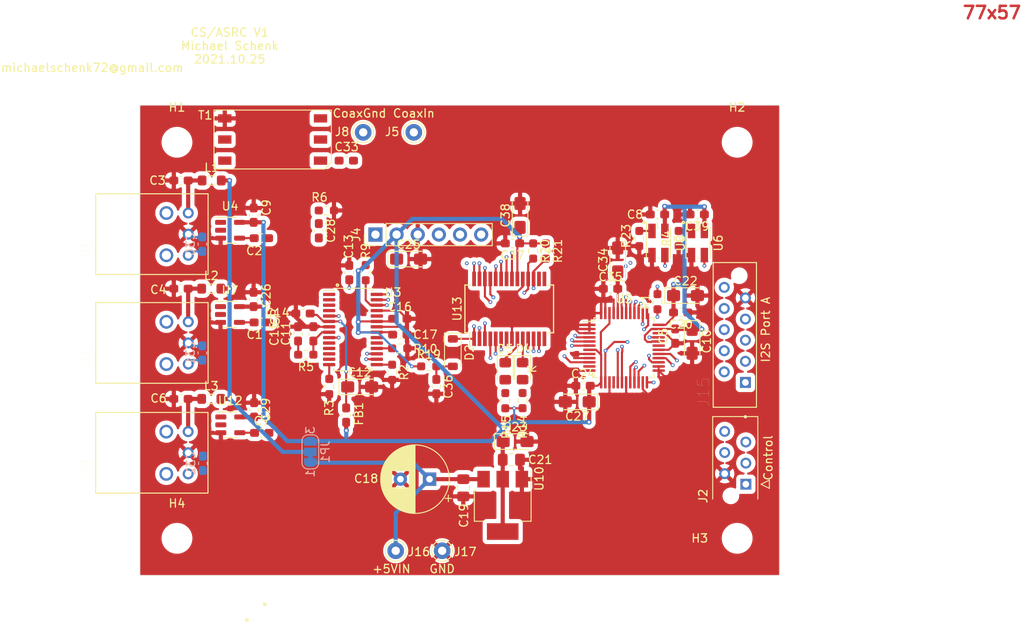
<source format=kicad_pcb>
(kicad_pcb (version 20221018) (generator pcbnew)
  (layers (0 "F.Cu" mixed) (1 "In1.Cu" signal) (2 "In2.Cu" signal) (31 "B.Cu" mixed) (34 "B.Paste" user) (35 "F.Paste" user) (36 "B.SilkS" user "B.Silkscreen") (37 "F.SilkS" user "F.Silkscreen") (38 "B.Mask" user) (39 "F.Mask" user) (44 "Edge.Cuts" user))
  (net 0 "")
  (net 1 "Net-(U3-RXP1)")
  (net 2 "GND")
  (net 3 "SCL")
  (net 4 "SDA")
  (net 5 "Net-(U3-RXP0)")
  (net 6 "RESET")
  (net 7 "Net-(U1-VCC)")
  (net 8 "BCKA")
  (net 9 "LRCKA")
  (net 10 "SDOUTA")
  (net 11 "Net-(U5B-DV18)")
  (net 12 "Net-(U2-VCC)")
  (net 13 "Net-(U9-VCC)")
  (net 14 "Net-(U3-RXP2)")
  (net 15 "+5V")
  (net 16 "Net-(U3-FILT)")
  (net 17 "MCLKA")
  (net 18 "Net-(U3-VA)")
  (net 19 "Net-(U3-RXN)")
  (net 20 "Net-(C28-Pad1)")
  (net 21 "Net-(U3-RXP3)")
  (net 22 "Net-(C33-Pad2)")
  (net 23 "Net-(U1-VOUT)")
  (net 24 "Net-(C1-Pad1)")
  (net 25 "Net-(C2-Pad2)")
  (net 26 "Net-(C7-Pad1)")
  (net 27 "Net-(U2-VOUT)")
  (net 28 "Net-(U9-VOUT)")
  (net 29 "Net-(C15-Pad2)")
  (net 31 "Net-(J5-Pin_1)")
  (net 32 "Net-(D2-A)")
  (net 33 "+3.3V")
  (net 34 "Net-(D2-K)")
  (net 35 "Net-(D4-K)")
  (net 36 "Net-(D4-A)")
  (net 37 "Net-(D5-K)")
  (net 38 "Net-(D5-A)")
  (net 39 "RC0{slash}CHA")
  (net 40 "RC1{slash}CHB")
  (net 41 "RC2{slash}SW")
  (net 43 "ICSPDAT")
  (net 44 "ICSPCLK")
  (net 46 "Net-(J8-Pin_1)")
  (net 48 "Net-(JP1-C)")
  (net 49 "Net-(U3-AD1{slash}CDIN{slash}~{AUDIO})")
  (net 50 "Net-(U3-AD0{slash}~{CS}{slash}NV{slash}RERR)")
  (net 51 "Net-(U3-SDOUT)")
  (net 52 "Net-(U3-U{slash}AD2{slash}GPO2)")
  (net 53 "Net-(U8-Standby)")
  (net 61 "Net-(U3-OSCLK)")
  (net 62 "Net-(U3-OLRCK)")
  (net 64 "DITHER")
  (net 65 "MCLK")
  (net 66 "CM0")
  (net 67 "CM1")
  (net 68 "CM2")
  (net 69 "ODIF1")
  (net 70 "ODIF0")
  (net 74 "CM3")
  (net 77 "OBIT0")
  (net 78 "OBIT1")
  (net 79 "SRCEN")
  (net 83 "Net-(U6-Out)")
  (net 84 "Net-(U6-Standby)")
  (footprint "Capacitor_SMD:C_0603_1608Metric_Pad1.08x0.95mm_HandSolder" (layer "F.Cu") (at 114.1487 66.1924)
    (fp_text reference "C3")
    (fp_text value "100nF")
  )
  (footprint "Capacitor_SMD:C_0603_1608Metric_Pad1.08x0.95mm_HandSolder" (layer "F.Cu") (at 114.1465 79.1972)
    (fp_text reference "C4")
    (fp_text value "100nF")
  )
  (footprint "kicad-snk:PLR135-T10_PLT133-T10W" (layer "F.Cu") (at 112.395 85.725 90)
    (fp_text reference "U2")
    (fp_text value "PLR135-T10")
  )
  (footprint "MountingHole:MountingHole_3.2mm_M3" (layer "F.Cu") (at 113.665 61.595)
    (fp_text reference "H1")
    (fp_text value "MountingHole")
  )
  (footprint "Capacitor_Tantalum_SMD:CP_EIA-3216-18_Kemet-A_Pad1.58x1.35mm_HandSolder" (layer "F.Cu") (at 135.616993 91.012)
    (fp_text reference "C12")
    (fp_text value "10uF")
  )
  (footprint "Oscillator:Oscillator_SMD_EuroQuartz_XO32-4Pin_3.2x2.5mm_HandSoldering" (layer "F.Cu") (at 171.5116 73.7108 -90)
    (fp_text reference "U8")
    (fp_text value "24.576MHz")
  )
  (footprint "Capacitor_SMD:C_0603_1608Metric_Pad1.08x0.95mm_HandSolder" (layer "F.Cu") (at 171.3981 70.2796 180)
    (fp_text reference "C8")
    (fp_text value "100nF")
  )
  (footprint "kicad-snk:TE_CONN_RCPT_10POS_0.1_TIN_PCB" (layer "F.Cu") (at 181.9656 90.4748 90)
    (fp_text reference "J15")
    (fp_text value "A")
  )
  (footprint "Resistor_SMD:R_0603_1608Metric_Pad0.98x0.95mm_HandSolder" (layer "F.Cu") (at 169.2126 73.1733 90)
    (fp_text reference "R23")
    (fp_text value "NC")
  )
  (footprint "Capacitor_THT:CP_Radial_D8.0mm_P3.50mm" (layer "F.Cu") (at 144.0128 102.108 180)
    (fp_text reference "C18")
    (fp_text value "100uF")
  )
  (footprint "Capacitor_SMD:C_0805_2012Metric_Pad1.18x1.45mm_HandSolder" (layer "F.Cu") (at 148.0689 103.1447 -90)
    (fp_text reference "C19")
    (fp_text value "330nF")
  )
  (footprint "Connector_Pin:Pin_D1.0mm_L10.0mm" (layer "F.Cu") (at 139.949785 110.7186)
    (fp_text reference "J16")
    (fp_text value "+5VIN")
  )
  (footprint "Capacitor_SMD:C_0805_2012Metric_Pad1.18x1.45mm_HandSolder" (layer "F.Cu") (at 153.8439 99.7712)
    (fp_text reference "C21")
    (fp_text value "100nF")
  )
  (footprint "Capacitor_Tantalum_SMD:CP_EIA-3216-18_Kemet-A_Pad1.58x1.35mm_HandSolder" (layer "F.Cu") (at 154.2947 97.5868)
    (fp_text reference "C23")
    (fp_text value "10uF")
  )
  (footprint "Capacitor_SMD:C_0603_1608Metric_Pad1.08x0.95mm_HandSolder" (layer "F.Cu") (at 123.8112 73.1266 180)
    (fp_text reference "C2")
    (fp_text value "10nF")
  )
  (footprint "kicad-snk:PLR135-T10_PLT133-T10W" (layer "F.Cu") (at 112.395 72.644 90)
    (fp_text reference "U1")
    (fp_text value "PLR135-T10")
  )
  (footprint "MountingHole:MountingHole_3.2mm_M3" (layer "F.Cu") (at 180.975 109.22)
    (fp_text reference "H3")
    (fp_text value "MountingHole")
  )
  (footprint "MountingHole:MountingHole_3.2mm_M3" (layer "F.Cu") (at 180.975 61.595)
    (fp_text reference "H2")
    (fp_text value "MountingHole")
  )
  (footprint "Capacitor_SMD:C_0603_1608Metric_Pad1.08x0.95mm_HandSolder" (layer "F.Cu") (at 128.811493 82.1855 180)
    (fp_text reference "C14")
    (fp_text value "100nF")
  )
  (footprint "Capacitor_SMD:C_0603_1608Metric_Pad1.08x0.95mm_HandSolder" (layer "F.Cu") (at 122.8852 70.3591 90)
    (fp_text reference "C9")
    (fp_text value "100nF")
  )
  (footprint "Capacitor_SMD:C_0603_1608Metric_Pad1.08x0.95mm_HandSolder" (layer "F.Cu") (at 122.8725 80.4937 90)
    (fp_text reference "C26")
    (fp_text value "100nF")
  )
  (footprint "LED_SMD:LED_0805_2012Metric_Pad1.15x1.40mm_HandSolder" (layer "F.Cu") (at 155.194 89.116 -90)
    (fp_text reference "D4")
    (fp_text value "LED")
  )
  (footprint "LED_SMD:LED_0805_2012Metric_Pad1.15x1.40mm_HandSolder" (layer "F.Cu") (at 153.1112 89.125 -90)
    (fp_text reference "D5")
    (fp_text value "LED")
  )
  (footprint "Resistor_SMD:R_0603_1608Metric_Pad0.98x0.95mm_HandSolder" (layer "F.Cu") (at 155.194 92.6611 90)
    (fp_text reference "R14")
    (fp_text value "330R")
  )
  (footprint "Resistor_SMD:R_0603_1608Metric_Pad0.98x0.95mm_HandSolder" (layer "F.Cu") (at 153.1112 92.6701 90)
    (fp_text reference "R15")
    (fp_text value "330R")
  )
  (footprint "Capacitor_SMD:C_0603_1608Metric_Pad1.08x0.95mm_HandSolder" (layer "F.Cu") (at 133.991993 94.404 -90)
    (fp_text reference "FB1")
    (fp_text value "Ferrite_Bead_Small")
  )
  (footprint "Inductor_SMD:L_0805_2012Metric_Pad1.05x1.20mm_HandSolder" (layer "F.Cu") (at 117.8376 66.1924)
    (fp_text reference "L1")
    (fp_text value "47uH")
  )
  (footprint "Inductor_SMD:L_0805_2012Metric_Pad1.05x1.20mm_HandSolder" (layer "F.Cu") (at 117.7868 79.1972)
    (fp_text reference "L2")
    (fp_text value "47uH")
  )
  (footprint "Package_TO_SOT_SMD:SOT-223-3_TabPin2" (layer "F.Cu") (at 152.8064 105.2572 -90)
    (fp_text reference "U10")
    (fp_text value "TLV1117-33")
  )
  (footprint "Capacitor_SMD:C_0603_1608Metric_Pad1.08x0.95mm_HandSolder" (layer "F.Cu") (at 130.7084 72.2365 -90)
    (fp_text reference "C28")
    (fp_text value "10nF")
  )
  (footprint "Connector_Pin:Pin_D1.0mm_L10.0mm" (layer "F.Cu") (at 142.121727 60.4012)
    (fp_text reference "J5")
    (fp_text value "COAXIN")
  )
  (footprint "Connector_Pin:Pin_D1.0mm_L10.0mm" (layer "F.Cu") (at 136.0424 60.4012)
    (fp_text reference "J8")
    (fp_text value "COAXGND")
  )
  (footprint "Resistor_SMD:R_0603_1608Metric_Pad0.98x0.95mm_HandSolder" (layer "F.Cu") (at 131.620748 69.7981 180)
    (fp_text reference "R6")
    (fp_text value "75R")
  )
  (footprint "Capacitor_SMD:C_0603_1608Metric_Pad1.08x0.95mm_HandSolder" (layer "F.Cu") (at 114.1465 92.456)
    (fp_text reference "C6")
    (fp_text value "100nF")
  )
  (footprint "Capacitor_SMD:C_0603_1608Metric_Pad1.08x0.95mm_HandSolder" (layer "F.Cu") (at 122.936 93.7757 90)
    (fp_text reference "C29")
    (fp_text value "100nF")
  )
  (footprint "Inductor_SMD:L_0805_2012Metric_Pad1.05x1.20mm_HandSolder" (layer "F.Cu") (at 117.7868 92.456)
    (fp_text reference "L3")
    (fp_text value "47uH")
  )
  (footprint "kicad-snk:PLR135-T10_PLT133-T10W" (layer "F.Cu") (at 112.3812 98.933 90)
    (fp_text reference "U9")
    (fp_text value "PLR135-T10")
  )
  (footprint "Connector_Pin:Pin_D1.0mm_L10.0mm" (layer "F.Cu") (at 145.530452 110.7186)
    (fp_text reference "J17")
    (fp_text value "GND")
  )
  (footprint "MountingHole:MountingHole_3.2mm_M3" (layer "F.Cu") (at 113.665 109.22)
    (fp_text reference "H4")
    (fp_text value "MountingHole")
  )
  (footprint "kicad-snk:DA100J" (layer "F.Cu") (at 125.1616 61.2648 90)
    (fp_text reference "T1")
    (fp_text value "Murata_DA103")
  )
  (footprint "Capacitor_SMD:C_0603_1608Metric_Pad1.08x0.95mm_HandSolder" (layer "F.Cu") (at 134.0115 63.8048 180)
    (fp_text reference "C33")
    (fp_text value "100nF")
  )
  (footprint "Capacitor_SMD:C_0603_1608Metric_Pad1.08x0.95mm_HandSolder" (layer "F.Cu") (at 123.7985 83.2612)
    (fp_text reference "C1")
    (fp_text value "10nF")
  )
  (footprint "Capacitor_SMD:C_0603_1608Metric_Pad1.08x0.95mm_HandSolder" (layer "F.Cu") (at 123.8493 96.5432)
    (fp_text reference "C7")
    (fp_text value "10nF")
  )
  (footprint "Capacitor_SMD:C_0603_1608Metric_Pad1.08x0.95mm_HandSolder" (layer "F.Cu") (at 130.054993 84.6355 -90)
    (fp_text reference "C11")
    (fp_text value "1nF/COG")
  )
  (footprint "Capacitor_SMD:C_0603_1608Metric_Pad1.08x0.95mm_HandSolder" (layer "F.Cu") (at 134.366 77.2679 90)
    (fp_text reference "C13")
    (fp_text value "10nF")
  )
  (footprint "Capacitor_SMD:C_0603_1608Metric_Pad1.08x0.95mm_HandSolder" (layer "F.Cu") (at 128.213493 84.6355 -90)
    (fp_text reference "C15")
    (fp_text value "22nF")
  )
  (footprint "Capacitor_SMD:C_0603_1608Metric_Pad1.08x0.95mm_HandSolder" (layer "F.Cu") (at 140.442493 82.8205)
    (fp_text reference "C16")
    (fp_text value "100nF")
  )
  (footprint "Capacitor_SMD:C_0603_1608Metric_Pad1.08x0.95mm_HandSolder" (layer "F.Cu") (at 140.442493 84.7255)
    (fp_text reference "C17")
    (fp_text value "100nF")
  )
  (footprint "Capacitor_Tantalum_SMD:CP_EIA-3216-18_Kemet-A_Pad1.58x1.35mm_HandSolder" (layer "F.Cu") (at 141.4931 75.6412)
    (fp_text reference "C25")
    (fp_text value "10uF")
  )
  (footprint "Resistor_SMD:R_0603_1608Metric_Pad0.98x0.95mm_HandSolder" (layer "F.Cu") (at 139.516493 89.2575 -90)
    (fp_text reference "R2")
    (fp_text value "47k")
  )
  (footprint "Resistor_SMD:R_0603_1608Metric_Pad0.98x0.95mm_HandSolder" (layer "F.Cu") (at 131.959993 90.972 -90)
    (fp_text reference "R3")
    (fp_text value "47k")
  )
  (footprint "Resistor_SMD:R_0603_1608Metric_Pad0.98x0.95mm_HandSolder" (layer "F.Cu") (at 129.142493 87.1385)
    (fp_text reference "R5")
    (fp_text value "3k")
  )
  (footprint "Resistor_SMD:R_0603_1608Metric_Pad0.98x0.95mm_HandSolder" (layer "F.Cu") (at 136.341493 77.2725 90)
    (fp_text reference "R9")
    (fp_text value "47k")
  )
  (footprint "Resistor_SMD:R_0603_1608Metric_Pad0.98x0.95mm_HandSolder" (layer "F.Cu") (at 140.428993 86.3765 180)
    (fp_text reference "R10")
    (fp_text value "47k")
  )
  (footprint "Package_SO:TSSOP-28_4.4x9.7mm_P0.65mm" (layer "F.Cu") (at 134.812493 84.113)
    (fp_text reference "U3")
    (fp_text value "CS8416-xZZ")
  )
  (footprint "Package_TO_SOT_SMD:SOT-23-5" (layer "F.Cu") (at 120.0482 72.1741)
    (fp_text reference "U4")
    (fp_text value "74LVC1G17")
  )
  (footprint "Package_TO_SOT_SMD:SOT-23-5" (layer "F.Cu") (at 120.0355 82.3062)
    (fp_text reference "U7")
    (fp_text value "74LVC1G17")
  )
  (footprint "Package_TO_SOT_SMD:SOT-23-5" (layer "F.Cu") (at 120.071701 95.574201)
    (fp_text reference "U12")
    (fp_text value "74LVC1G17")
  )
  (footprint "Resistor_SMD:R_0603_1608Metric_Pad0.98x0.95mm_HandSolder" (layer "F.Cu") (at 157.988 74.6741 -90)
    (fp_text reference "R21")
    (fp_text value "4K99")
  )
  (footprint "Capacitor_SMD:C_0603_1608Metric_Pad1.08x0.95mm_HandSolder" (layer "F.Cu") (at 173.5328 84.9063 90)
    (fp_text reference "C5")
    (fp_text value "100nF")
  )
  (footprint "Capacitor_SMD:C_0603_1608Metric_Pad1.08x0.95mm_HandSolder" (layer "F.Cu") (at 162.4584 90.8764)
    (fp_text reference "C24")
    (fp_text value "100nF")
  )
  (footprint "Capacitor_SMD:C_0603_1608Metric_Pad1.08x0.95mm_HandSolder" (layer "F.Cu") (at 176.1755 70.2796 180)
    (fp_text reference "C39")
    (fp_text value "100nF")
  )
  (footprint "Diode_SMD:D_SOD-123" (layer "F.Cu") (at 146.812 86.8924 -90)
    (fp_text reference "D2")
    (fp_text value "1N4148W")
  )
  (footprint "Connector_PinHeader_2.54mm:PinHeader_1x06_P2.54mm_Vertical" (layer "F.Cu") (at 137.5156 72.6948 90)
    (fp_text reference "J4")
    (fp_text value "Conn_01x06_Male")
  )
  (footprint "Resistor_SMD:R_0603_1608Metric_Pad0.98x0.95mm_HandSolder" (layer "F.Cu") (at 173.939711 73.1733 90)
    (fp_text reference "R4")
    (fp_text value "NC")
  )
  (footprint "Package_SO:SSOP-28_5.3x10.2mm_P0.65mm" (layer "F.Cu") (at 153.5898 81.6288 90)
    (fp_text reference "U13")
    (fp_text value "PIC16F18056-I/SS")
  )
  (footprint "Capacitor_Tantalum_SMD:CP_EIA-3216-18_Kemet-A_Pad1.58x1.35mm_HandSolder" (layer "F.Cu") (at 154.8892 70.3937 90)
    (fp_text reference "C38")
    (fp_text value "10uF")
  )
  (footprint "Capacitor_SMD:C_0603_1608Metric_Pad1.08x0.95mm_HandSolder" (layer "F.Cu") (at 174.1921 82.0626 180)
    (fp_text reference "C20")
    (fp_text value "100nF")
  )
  (footprint "Capacitor_SMD:C_0603_1608Metric_Pad1.08x0.95mm_HandSolder" (layer "F.Cu") (at 153.9759 73.7578 180)
    (fp_text reference "C37")
    (fp_text value "100nF")
  )
  (footprint "Connector_TE-Connectivity:TE_Micro-MaTch_215079-6_2x03_P1.27mm_Vertical" (layer "F.Cu") (at 182.0164 102.7176 180)
    (fp_text reference "J2")
    (fp_text value "TE MicroMatch")
  )
  (footprint "Resistor_SMD:R_0603_1608Metric_Pad0.98x0.95mm_HandSolder" (layer "F.Cu") (at 143.9183 88.5444)
    (fp_text reference "R19")
    (fp_text value "4.7k")
  )
  (footprint "Resistor_SMD:R_0603_1608Metric_Pad0.98x0.95mm_HandSolder" (layer "F.Cu") (at 156.464 74.6703 -90)
    (fp_text reference "R20")
    (fp_text value "4K99")
  )
  (footprint "Oscillator:Oscillator_SMD_EuroQuartz_XO32-4Pin_3.2x2.5mm_HandSoldering" (layer "F.Cu") (at 176.263 73.7108 -90)
    (fp_text reference "U6")
    (fp_text value "49.152MHz")
  )
  (footprint "Capacitor_Tantalum_SMD:CP_EIA-3216-18_Kemet-A_Pad1.58x1.35mm_HandSolder" (layer "F.Cu") (at 174.7671 80.0306)
    (fp_text reference "C22")
    (fp_text value "10uF")
  )
  (footprint "Capacitor_SMD:C_0603_1608Metric_Pad1.08x0.95mm_HandSolder" (layer "F.Cu") (at 144.8308 90.9817 -90)
    (fp_text reference "C36")
    (fp_text value "10nF")
  )
  (footprint "Resistor_SMD:R_0603_1608Metric_Pad0.98x0.95mm_HandSolder" (layer "F.Cu") (at 171.3992 80.7701 90)
    (fp_text reference "R1")
    (fp_text value "33R")
  )
  (footprint "Capacitor_Tantalum_SMD:CP_EIA-3216-18_Kemet-A_Pad1.58x1.35mm_HandSolder" (layer "F.Cu") (at 161.7575 92.8068 180)
    (fp_text reference "C27")
    (fp_text value "10uF")
  )
  (footprint "Capacitor_Tantalum_SMD:CP_EIA-3216-18_Kemet-A_Pad1.58x1.35mm_HandSolder" (layer "F.Cu") (at 175.5648 85.5321 -90)
    (fp_text reference "C10")
    (fp_text value "10uF")
  )
  (footprint "Capacitor_SMD:C_0603_1608Metric_Pad1.08x0.95mm_HandSolder" (layer "F.Cu") (at 165.7615 79.2178)
    (fp_text reference "C35")
    (fp_text value "100nF")
  )
  (footprint "Package_QFP:LQFP-48_7x7mm_P0.5mm" (layer "F.Cu") (at 167.3829 86.3018)
    (fp_text reference "U5")
    (fp_text value "AK4137")
  )
  (footprint "Capacitor_Tantalum_SMD:CP_EIA-3216-18_Kemet-A_Pad1.58x1.35mm_HandSolder" (layer "F.Cu") (at 166.624 75.7483 90)
    (fp_text reference "C34")
    (fp_text value "10uF")
  )
  (footprint "Jumper:SolderJumper-3_P1.3mm_Bridged12_RoundedPad1.0x1.5mm_NumberLabels" (layer "B.Cu") (at 129.6924 98.8268 90)
    (fp_text reference "JP1")
    (fp_text value "SolderJumper_3_Bridged12")
  )
  (footprint "Capacitor_SMD:C_0603_1608Metric_Pad1.08x0.95mm_HandSolder" (layer "B.Cu") (at 116.713 73.8505 -90)
    (fp_text reference "C30")
    (fp_text value "30pF")
  )
  (footprint "Capacitor_SMD:C_0603_1608Metric_Pad1.08x0.95mm_HandSolder" (layer "B.Cu") (at 116.713 86.9315 -90)
    (fp_text reference "C31")
    (fp_text value "30pF")
  )
  (footprint "Capacitor_SMD:C_0603_1608Metric_Pad1.08x0.95mm_HandSolder" (layer "B.Cu") (at 116.7765 100.203 -90)
    (fp_text reference "C32")
    (fp_text value "30pF")
  )
  (gr_line (start 109.22 113.665) (end 109.22 57.15) (stroke (width 0.05)) (layer "Edge.Cuts"))
  (gr_line (start 109.22 57.15) (end 186.055 57.15) (stroke (width 0.05)) (layer "Edge.Cuts"))
  (gr_line (start 186.055 57.15) (end 186.055 113.665) (stroke (width 0.05)) (layer "Edge.Cuts"))
  (gr_line (start 186.055 113.665) (end 109.22 113.665) (stroke (width 0.05)) (layer "Edge.Cuts"))
  (gr_text "77x57" (at 207.9244 46.8884) (layer "F.Cu") (effects (font (size 1.5 1.5) (thickness 0.3) bold) (justify left bottom)))
  (gr_text "I2S Port A" (at 184.404 84.1248 90) (layer "F.SilkS") (effects (font (size 1 1))))
  (gr_text "K" (at 156.337 88.853 90) (layer "F.SilkS") (effects (font (size 1 1))))
  (gr_text "Control" (at 184.7088 99.5426 90) (layer "F.SilkS") (effects (font (size 1 1))))
  (gr_text "CoaxGnd" (at 135.5979 58.1152) (layer "F.SilkS") (effects (font (size 1 1))))
  (gr_text "°" (at 132.9436 79.1718) (layer "F.SilkS") (effects (font (size 1 1))))
  (gr_text "°" (at 124.206 117.5512) (layer "F.SilkS") (effects (font (size 1 1))))
  (gr_text "michaelschenk72@gmail.com" (at 103.4796 52.6288) (layer "F.SilkS") (effects (font (size 1 1))))
  (gr_text "GND" (at 145.530452 112.903) (layer "F.SilkS") (effects (font (size 1 1))))
  (gr_text "+5VIN" (at 139.434452 112.903) (layer "F.SilkS") (effects (font (size 1 1))))
  (gr_text "CS/ASRC V1\nMichael Schenk\n2021.10.25" (at 120 50) (layer "F.SilkS") (effects (font (size 1 1))))
  (gr_text "°" (at 122.0724 119.4308) (layer "F.SilkS") (effects (font (size 1 1))))
  (gr_text "ISP" (at 125.476 82.804 90) (layer "F.SilkS") (effects (font (size 1 1))))
  (gr_text "°" (at 174.498511 71.6512) (layer "F.SilkS") (effects (font (size 1 1))))
  (gr_text "CoaxIn" (at 142.121727 58.1152) (layer "F.SilkS") (effects (font (size 1 1))))
  (gr_text "°" (at 169.7714 71.6512) (layer "F.SilkS") (effects (font (size 1 1))))
  (segment (start 141.304993 83.826) (end 141.304993 84.7255) (width 0.25) (layer "F.Cu") (net 2))
  (segment (start 171.5454 84.5518) (end 172.348586 84.5518) (width 0.25) (layer "F.Cu") (net 2))
  (segment (start 163.2204 83.5518) (end 161.4076 83.5518) (width 0.25) (layer "F.Cu") (net 2))
  (segment (start 128.213493 83.773) (end 130.054993 83.773) (width 0.5) (layer "F.Cu") (net 2))
  (segment (start 163.2204 84.5518) (end 161.9932 84.5518) (width 0.25) (layer "F.Cu") (net 2))
  (segment (start 155.2148 78.0288) (end 155.2148 78.93842) (width 0.25) (layer "F.Cu") (net 2))
  (segment (start 172.2064 89.7128) (end 173.482 89.7128) (width 0.25) (layer "F.Cu") (net 2))
  (segment (start 167.1329 82.1393) (end 167.1329 81.3808) (width 0.25) (layer "F.Cu") (net 2))
  (segment (start 161.4024 87.0518) (end 161.3916 87.041) (width 0.25) (layer "F.Cu") (net 2))
  (segment (start 141.304993 82.8205) (end 141.304993 83.826) (width 0.25) (layer "F.Cu") (net 2))
  (segment (start 137.674993 81.838) (end 140.322493 81.838) (width 0.25) (layer "F.Cu") (net 2))
  (segment (start 166.116 80.4878) (end 166.1329 80.5047) (width 0.25) (layer "F.Cu") (net 2))
  (segment (start 171.5454 89.0518) (end 172.2064 89.7128) (width 0.25) (layer "F.Cu") (net 2))
  (segment (start 165.1 80.437) (end 165.1329 80.4699) (width 0.25) (layer "F.Cu") (net 2))
  (segment (start 130.069993 83.788) (end 130.054993 83.773) (width 0.25) (layer "F.Cu") (net 2))
  (segment (start 166.1329 82.1393) (end 166.1329 80.5047) (width 0.25) (layer "F.Cu") (net 2))
  (segment (start 167.6329 93.2109) (end 168.402 93.98) (width 0.25) (layer "F.Cu") (net 2))
  (segment (start 171.5454 88.5518) (end 171.5454 89.0518) (width 0.25) (layer "F.Cu") (net 2))
  (segment (start 144.534727 60.4012) (end 144.547427 60.3885) (width 0.25) (layer "F.Cu") (net 2))
  (segment (start 141.266993 83.788) (end 141.304993 83.826) (width 0.25) (layer "F.Cu") (net 2))
  (segment (start 163.2204 87.5518) (end 161.3944 87.5518) (width 0.25) (layer "F.Cu") (net 2))
  (segment (start 137.674993 83.788) (end 141.266993 83.788) (width 0.25) (layer "F.Cu") (net 2))
  (segment (start 167.0829 81.3308) (end 167.0829 80.4672) (width 0.25) (layer "F.Cu") (net 2))
  (segment (start 161.3944 87.5518) (end 161.3916 87.549) (width 0.25) (layer "F.Cu") (net 2))
  (segment (start 131.949993 83.788) (end 130.069993 83.788) (width 0.25) (layer "F.Cu") (net 2))
  (segment (start 165.6329 90.4643) (end 165.6329 94.0049) (width 0.25) (layer "F.Cu") (net 2))
  (segment (start 163.2204 87.0518) (end 161.4024 87.0518) (width 0.25) (layer "F.Cu") (net 2))
  (segment (start 161.3488 84.0518) (end 161.3408 84.0438) (width 0.25) (layer "F.Cu") (net 2))
  (segment (start 163.2204 84.0518) (end 161.4932 84.0518) (width 0.25) (layer "F.Cu") (net 2))
  (segment (start 161.4932 84.0518) (end 161.3488 84.0518) (width 0.25) (layer "F.Cu") (net 2))
  (segment (start 172.348586 84.5518) (end 173.5328 85.736014) (width 0.25) (layer "F.Cu") (net 2))
  (segment (start 153.9148 83.506) (end 153.0096 82.6008) (width 0.25) (layer "F.Cu") (net 2))
  (segment (start 171.5454 86.5518) (end 172.7498 86.5518) (width 0.25) (layer "F.Cu") (net 2))
  (segment (start 127.948993 82.6195) (end 129.102493 83.773) (width 0.5) (layer "F.Cu") (net 2))
  (segment (start 153.9148 85.2288) (end 153.9148 83.506) (width 0.25) (layer "F.Cu") (net 2))
  (segment (start 155.2148 78.93842) (end 153.53362 80.6196) (width 0.25) (layer "F.Cu") (net 2))
  (segment (start 167.6329 90.4643) (end 167.6329 93.2109) (width 0.25) (layer "F.Cu") (net 2))
  (segment (start 165.1329 80.4699) (end 165.1329 82.1393) (width 0.25) (layer "F.Cu") (net 2))
  (segment (start 169.6329 91.2993) (end 170.5864 92.2528) (width 0.25) (layer "F.Cu") (net 2))
  (segment (start 127.948993 82.1855) (end 127.948993 82.6195) (width 0.5) (layer "F.Cu") (net 2))
  (segment (start 161.9932 84.5518) (end 161.4932 84.0518) (width 0.25) (layer "F.Cu") (net 2))
  (segment (start 170.5864 92.2528) (end 170.8404 92.2528) (width 0.25) (layer "F.Cu") (net 2))
  (segment (start 172.7498 86.5518) (end 173.5328 85.7688) (width 0.25) (layer "F.Cu") (net 2))
  (segment (start 173.5328 85.736014) (end 173.5328 85.7688) (width 0.25) (layer "F.Cu") (net 2))
  (segment (start 140.322493 81.838) (end 141.304993 82.8205) (width 0.25) (layer "F.Cu") (net 2))
  (segment (start 165.6329 94.0049) (end 165.9128 94.2848) (width 0.25) (layer "F.Cu") (net 2))
  (segment (start 161.4076 83.5518) (end 161.3408 83.485) (width 0.25) (layer "F.Cu") (net 2))
  (segment (start 169.6329 90.4643) (end 169.6329 91.2993) (width 0.25) (layer "F.Cu") (net 2))
  (segment (start 167.1329 81.3808) (end 167.0829 81.3308) (width 0.25) (layer "F.Cu") (net 2))
  (segment (start 153.53362 80.6196) (end 153.2128 80.6196) (width 0.25) (layer "F.Cu") (net 2))
  (segment (start 116.713 86.069) (end 115.369 86.069) (width 0.25) (layer "B.Cu") (net 2))
  (segment (start 116.713 72.988) (end 115.369 72.988) (width 0.25) (layer "B.Cu") (net 2))
  (segment (start 115.369 72.988) (end 115.025 72.644) (width 0.25) (layer "B.Cu") (net 2))
  (segment (start 115.369 86.069) (end 115.025 85.725) (width 0.25) (layer "B.Cu") (net 2))
  (segment (start 167.132 86.1568) (end 167.174 86.1988) (width 0.25) (layer "F.Cu") (net 3))
  (segment (start 156.5148 78.0288) (end 156.5148 77.11918) (width 0.25) (layer "F.Cu") (net 3))
  (segment (start 136.398 87.6808) (end 137.667793 87.6808) (width 0.25) (layer "F.Cu") (net 3))
  (segment (start 167.174 86.791018) (end 167.1329 86.832118) (width 0.25) (layer "F.Cu") (net 3))
  (segment (start 157.988 75.64598) (end 157.988 75.5866) (width 0.25) (layer "F.Cu") (net 3))
  (segment (start 156.5148 78.0288) (end 156.5148 79.1464) (width 0.25) (layer "F.Cu") (net 3))
  (segment (start 137.667793 87.6808) (end 137.674993 87.688) (width 0.25) (layer "F.Cu") (net 3))
  (segment (start 167.174 86.1988) (end 167.174 86.791018) (width 0.25) (layer "F.Cu") (net 3))
  (segment (start 167.1329 86.832118) (end 167.1329 90.4643) (width 0.25) (layer "F.Cu") (net 3))
  (segment (start 156.5148 77.11918) (end 157.988 75.64598) (width 0.25) (layer "F.Cu") (net 3))
  (via (at 167.132 86.1568) (size 0.45) (drill 0.225) (layers "F.Cu" "B.Cu") (net 3))
  (via (at 136.398 87.6808) (size 0.45) (drill 0.225) (layers "F.Cu" "B.Cu") (net 3))
  (via (at 156.5148 79.1464) (size 0.45) (drill 0.225) (layers "F.Cu" "B.Cu") (net 3))
  (segment (start 156.464 75.5828) (end 155.8648 76.182) (width 0.25) (layer "F.Cu") (net 4))
  (segment (start 136.4996 87.0204) (end 137.657393 87.0204) (width 0.25) (layer "F.Cu") (net 4))
  (segment (start 155.8648 78.0288) (end 155.8648 79.2283) (width 0.25) (layer "F.Cu") (net 4))
  (segment (start 155.8648 76.182) (end 155.8648 78.0288) (width 0.25) (layer "F.Cu") (net 4))
  (segment (start 166.6329 86.5721) (end 166.6329 90.4643) (width 0.25) (layer "F.Cu") (net 4))
  (segment (start 155.8648 79.2283) (end 155.3972 79.6959) (width 0.25) (layer "F.Cu") (net 4))
  (segment (start 137.657393 87.0204) (end 137.674993 87.038) (width 0.25) (layer "F.Cu") (net 4))
  (segment (start 166.624 86.5632) (end 166.6329 86.5721) (width 0.25) (layer "F.Cu") (net 4))
  (via (at 155.3972 79.6959) (size 0.45) (drill 0.225) (layers "F.Cu" "B.Cu") (net 4))
  (via (at 166.624 86.5632) (size 0.45) (drill 0.225) (layers "F.Cu" "B.Cu") (net 4))
  (via (at 136.4996 87.0204) (size 0.45) (drill 0.225) (layers "F.Cu" "B.Cu") (net 4))
  (segment (start 150.6648 78.0288) (end 150.6648 80.1544) (width 0.25) (layer "F.Cu") (net 6))
  (segment (start 165.1329 86.6827) (end 165.1329 90.4643) (width 0.25) (layer "F.Cu") (net 6))
  (segment (start 165.1508 86.6648) (end 165.1329 86.6827) (width 0.25) (layer "F.Cu") (net 6))
  (segment (start 150.6648 78.0288) (end 150.6648 76.716) (width 0.25) (layer "F.Cu") (net 6))
  (segment (start 167.7919 85.6068) (end 167.7924 85.6073) (width 0.25) (layer "F.Cu") (net 6))
  (segment (start 166.2088 85.6068) (end 167.7919 85.6068) (width 0.25) (layer "F.Cu") (net 6))
  (segment (start 150.6648 76.716) (end 150.6728 76.708) (width 0.25) (layer "F.Cu") (net 6))
  (segment (start 150.6648 80.1544) (end 151.3332 80.8228) (width 0.25) (layer "F.Cu") (net 6))
  (segment (start 133.094 85.088) (end 133.096 85.09) (width 0.25) (layer "F.Cu") (net 6))
  (segment (start 131.949993 85.088) (end 133.094 85.088) (width 0.25) (layer "F.Cu") (net 6))
  (segment (start 165.1508 86.6648) (end 166.2088 85.6068) (width 0.25) (layer "F.Cu") (net 6))
  (via (at 167.7924 85.6073) (size 0.45) (drill 0.225) (layers "F.Cu" "B.Cu") (net 6))
  (via (at 165.1508 86.6648) (size 0.45) (drill 0.225) (layers "F.Cu" "B.Cu") (net 6))
  (via (at 150.6728 76.708) (size 0.45) (drill 0.225) (layers "F.Cu" "B.Cu") (net 6))
  (via (at 133.096 85.09) (size 0.45) (drill 0.225) (layers "F.Cu" "B.Cu") (net 6))
  (via (at 151.3332 80.8228) (size 0.45) (drill 0.225) (layers "F.Cu" "B.Cu") (net 6))
  (segment (start 115.0112 70.0902) (end 115.025 70.104) (width 0.5) (layer "F.Cu") (net 7))
  (segment (start 115.0112 66.1924) (end 116.6876 66.1924) (width 0.5) (layer "F.Cu") (net 7))
  (segment (start 115.0112 66.1924) (end 115.0112 70.0902) (width 0.5) (layer "F.Cu") (net 7))
  (segment (start 171.5454 87.5518) (end 172.3878 87.5518) (width 0.25) (layer "F.Cu") (net 8))
  (segment (start 172.3878 87.5518) (end 173.228 88.392) (width 0.25) (layer "F.Cu") (net 8))
  (via (at 173.228 88.392) (size 0.45) (drill 0.225) (layers "F.Cu" "B.Cu") (net 8))
  (via (at 173.228 88.392) (size 0.45) (drill 0.225) (layers "F.Cu" "B.Cu") (net 8))
  (segment (start 171.5454 87.0518) (end 171.568 87.0292) (width 0.25) (layer "F.Cu") (net 9))
  (segment (start 171.5454 87.0518) (end 172.9546 87.0518) (width 0.25) (layer "F.Cu") (net 9))
  (segment (start 172.9546 87.0518) (end 173.736 87.8332) (width 0.25) (layer "F.Cu") (net 9))
  (via (at 173.736 87.8332) (size 0.45) (drill 0.225) (layers "F.Cu" "B.Cu") (net 9))
  (segment (start 170.742214 88.0518) (end 170.3832 87.692786) (width 0.25) (layer "F.Cu") (net 10))
  (segment (start 171.5454 88.0518) (end 170.742214 88.0518) (width 0.25) (layer "F.Cu") (net 10))
  (segment (start 170.3832 87.692786) (end 170.3832 87.2563) (width 0.25) (layer "F.Cu") (net 10))
  (via (at 170.3832 87.2563) (size 0.45) (drill 0.225) (layers "F.Cu" "B.Cu") (net 10))
  (segment (start 166.6329 82.1393) (end 166.6329 79.2267) (width 0.25) (layer "F.Cu") (net 11))
  (segment (start 166.6329 79.2267) (end 166.624 79.2178) (width 0.25) (layer "F.Cu") (net 11))
  (segment (start 166.624 79.2178) (end 166.624 77.1858) (width 0.5) (layer "F.Cu") (net 11))
  (segment (start 116.6368 79.1972) (end 115.009 79.1972) (width 0.5) (layer "F.Cu") (net 12))
  (segment (start 115.009 83.169) (end 115.025 83.185) (width 0.5) (layer "F.Cu") (net 12))
  (segment (start 115.009 79.1972) (end 115.009 83.169) (width 0.5) (layer "F.Cu") (net 12))
  (segment (start 115.009 96.3908) (end 115.0112 96.393) (width 0.5) (layer "F.Cu") (net 13))
  (segment (start 115.009 92.456) (end 115.009 96.3908) (width 0.5) (layer "F.Cu") (net 13))
  (segment (start 116.6368 92.456) (end 115.009 92.456) (width 0.5) (layer "F.Cu") (net 13))
  (segment (start 150.5454 102.1462) (end 150.5064 102.1072) (width 0.5) (layer "F.Cu") (net 15))
  (segment (start 148.0681 102.108) (end 148.0689 102.1072) (width 0.5) (layer "F.Cu") (net 15))
  (segment (start 144.0128 102.108) (end 148.0681 102.108) (width 0.5) (layer "F.Cu") (net 15))
  (segment (start 148.0689 102.1072) (end 150.5064 102.1072) (width 0.5) (layer "F.Cu") (net 15))
  (segment (start 139.949785 106.171015) (end 144.0128 102.108) (width 0.5) (layer "B.Cu") (net 15))
  (segment (start 139.949785 110.7186) (end 139.949785 106.171015) (width 0.5) (layer "B.Cu") (net 15))
  (segment (start 129.6924 100.1268) (end 142.0316 100.1268) (width 0.5) (layer "B.Cu") (net 15))
  (segment (start 142.0316 100.1268) (end 144.0128 102.108) (width 0.5) (layer "B.Cu") (net 15))
  (segment (start 131.114993 84.438) (end 130.054993 85.498) (width 0.25) (layer "F.Cu") (net 16))
  (segment (start 130.054993 87.1385) (end 130.054993 85.498) (width 0.25) (layer "F.Cu") (net 16))
  (segment (start 131.949993 84.438) (end 131.114993 84.438) (width 0.25) (layer "F.Cu") (net 16))
  (segment (start 170.9315 90.4643) (end 170.942 90.4748) (width 0.25) (layer "F.Cu") (net 17))
  (segment (start 170.1329 90.4643) (end 170.9315 90.4643) (width 0.25) (layer "F.Cu") (net 17))
  (via (at 170.942 90.4748) (size 0.45) (drill 0.225) (layers "F.Cu" "B.Cu") (net 17))
  (segment (start 133.991993 91.012) (end 133.991993 89.1705) (width 0.25) (layer "F.Cu") (net 18))
  (segment (start 130.477936 82.354501) (end 129.842994 82.354501) (width 0.25) (layer "F.Cu") (net 18))
  (segment (start 133.293493 83.138) (end 131.949993 83.138) (width 0.25) (layer "F.Cu") (net 18))
  (segment (start 131.949993 83.138) (end 131.261435 83.138) (width 0.25) (layer "F.Cu") (net 18))
  (segment (start 131.261435 83.138) (end 130.477936 82.354501) (width 0.25) (layer "F.Cu") (net 18))
  (segment (start 129.842994 82.354501) (end 129.673993 82.1855) (width 0.25) (layer "F.Cu") (net 18))
  (segment (start 133.991993 93.5415) (end 133.991993 91.012) (width 0.25) (layer "F.Cu") (net 18))
  (via (at 133.293493 83.138) (size 0.45) (drill 0.225) (layers "F.Cu" "B.Cu") (net 18))
  (via (at 133.991993 89.1705) (size 0.45) (drill 0.225) (layers "F.Cu" "B.Cu") (net 18))
  (segment (start 133.991993 89.1705) (end 133.991993 83.8365) (width 0.25) (layer "B.Cu") (net 18))
  (segment (start 133.991993 83.8365) (end 133.293493 83.138) (width 0.25) (layer "B.Cu") (net 18))
  (segment (start 134.366 79.0956) (end 134.366 78.1304) (width 0.25) (layer "F.Cu") (net 19))
  (segment (start 133.0848 82.488) (end 133.096 82.4992) (width 0.25) (layer "F.Cu") (net 19))
  (segment (start 131.949993 82.488) (end 133.0848 82.488) (width 0.25) (layer "F.Cu") (net 19))
  (via (at 134.366 79.0956) (size 0.45) (drill 0.225) (layers "F.Cu" "B.Cu") (net 19))
  (via (at 133.096 82.4992) (size 0.45) (drill 0.225) (layers "F.Cu" "B.Cu") (net 19))
  (segment (start 116.713 74.713) (end 115.496 74.713) (width 0.25) (layer "B.Cu") (net 23))
  (segment (start 115.496 74.713) (end 115.025 75.184) (width 0.25) (layer "B.Cu") (net 23))
  (segment (start 121.173 83.2562) (end 122.931 83.2562) (width 0.25) (layer "F.Cu") (net 24))
  (segment (start 122.931 83.2562) (end 122.936 83.2612) (width 0.25) (layer "F.Cu") (net 24))
  (segment (start 122.9462 73.1241) (end 122.9487 73.1266) (width 0.25) (layer "F.Cu") (net 25))
  (segment (start 121.1857 73.1241) (end 122.9462 73.1241) (width 0.25) (layer "F.Cu") (net 25))
  (segment (start 121.209201 96.524201) (end 122.967801 96.524201) (width 0.25) (layer "F.Cu") (net 26))
  (segment (start 122.967801 96.524201) (end 122.9868 96.5432) (width 0.25) (layer "F.Cu") (net 26))
  (segment (start 115.496 87.794) (end 115.025 88.265) (width 0.25) (layer "B.Cu") (net 27))
  (segment (start 116.713 87.794) (end 115.496 87.794) (width 0.25) (layer "B.Cu") (net 27))
  (segment (start 128.229993 87.1385) (end 128.229993 85.5145) (width 0.25) (layer "F.Cu") (net 29))
  (segment (start 128.229993 85.5145) (end 128.213493 85.498) (width 0.25) (layer "F.Cu") (net 29))
  (segment (start 146.81 88.5444) (end 146.812 88.5424) (width 0.25) (layer "F.Cu") (net 32))
  (segment (start 144.8308 88.5444) (end 146.81 88.5444) (width 0.25) (layer "F.Cu") (net 32))
  (segment (start 144.8308 90.1192) (end 144.8308 88.5444) (width 0.25) (layer "F.Cu") (net 32))
  (segment (start 122.8852 71.2216) (end 121.1882 71.2216) (width 0.5) (layer "F.Cu") (net 33))
  (segment (start 136.341493 76.36) (end 136.134493 76.36) (width 0.25) (layer "F.Cu") (net 33))
  (segment (start 164.6008 84.4208) (end 165.6329 83.3887) (width 0.25) (layer "F.Cu") (net 33))
  (segment (start 133.991993 96.247593) (end 134.0104 96.266) (width 0.5) (layer "F.Cu") (net 33))
  (segment (start 154.8384 71.882) (end 154.8892 71.8312) (width 0.5) (layer "F.Cu") (net 33))
  (segment (start 122.8725 81.3562) (end 124.0282 81.3562) (width 0.5) (layer "F.Cu") (net 33))
  (segment (start 155.185 93.5826) (end 155.194 93.5736) (width 0.25) (layer "F.Cu") (net 33))
  (segment (start 163.2204 86.5518) (end 164.023586 86.5518) (width 0.25) (layer "F.Cu") (net 33))
  (segment (start 171.5534 84.0438) (end 171.5454 84.0518) (width 0.25) (layer "F.Cu") (net 33))
  (segment (start 122.8852 94.6382) (end 121.2232 94.6382) (width 0.5) (layer "F.Cu") (net 33))
  (segment (start 157.9842 74.2188) (end 157.988 74.2226) (width 0.25) (layer "F.Cu") (net 33))
  (segment (start 154.5648 78.0288) (end 154.5648 74.0314) (width 0.25) (layer "F.Cu") (net 33))
  (segment (start 152.8572 97.5868) (end 152.8572 96.0628) (width 0.5) (layer "F.Cu") (net 33))
  (segment (start 153.1112 93.5826) (end 154.1182 93.5826) (width 0.25) (layer "F.Cu") (net 33))
  (segment (start 124.0282 81.3562) (end 124.0536 81.3308) (width 0.5) (layer "F.Cu") (net 33))
  (segment (start 163.195 92.8068) (end 163.195 91.0023) (width 0.5) (layer "F.Cu") (net 33))
  (segment (start 152.8064 108.4072) (end 152.8064 97.6376) (width 0.5) (layer "F.Cu") (net 33))
  (segment (start 163.195 95.2246) (end 163.1696 95.25) (width 0.5) (layer "F.Cu") (net 33))
  (segment (start 154.5648 74.0314) (end 154.8384 73.7578) (width 0.25) (layer "F.Cu") (net 33))
  (segment (start 164.6008 87.129014) (end 164.6008 84.4208) (width 0.25) (layer "F.Cu") (net 33))
  (segment (start 171.5454 84.0518) (end 170.662182 84.0518) (width 0.25) (layer "F.Cu") (net 33))
  (segment (start 139.292493 84.438) (end 139.579993 84.7255) (width 0.25) (layer "F.Cu") (net 33))
  (segment (start 164.2208 90.8764) (end 164.6329 90.4643) (width 0.25) (layer "F.Cu") (net 33))
  (segment (start 169.884 84.829982) (end 169.884 85.302) (width 0.25) (layer "F.Cu") (net 33))
  (segment (start 170.1898 85.6078) (end 170.661818 85.6078) (width 0.25) (layer "F.Cu") (net 33))
  (segment (start 122.8852 94.6382) (end 124.0514 94.6382) (width 0.5) (layer "F.Cu") (net 33))
  (segment (start 135.485993 84.438) (end 135.452493 84.4715) (width 0.25) (layer "F.Cu") (net 33))
  (segment (start 170.662182 84.0518) (end 169.884 84.829982) (width 0.25) (layer "F.Cu") (net 33))
  (segment (start 137.674993 84.438) (end 135.485993 84.438) (width 0.25) (layer "F.Cu") (net 33))
  (segment (start 122.8852 71.2216) (end 124.0536 71.2216) (width 0.5) (layer "F.Cu") (net 33))
  (segment (start 157.988 73.7616) (end 156.4678 73.7616) (width 0.25) (layer "F.Cu") (net 33))
  (segment (start 154.1182 93.5826) (end 154.1272 93.5736) (width 0.25) (layer "F.Cu") (net 33))
  (segment (start 173.5328 84.0438) (end 175.514 84.0438) (width 0.5) (layer "F.Cu") (net 33))
  (segment (start 175.5648 84.0946) (end 176.7126 84.0946) (width 0.5) (layer "F.Cu") (net 33))
  (segment (start 164.6329 87.161114) (end 164.6329 90.4643) (width 0.25) (layer "F.Cu") (net 33))
  (segment (start 136.134493 76.36) (end 135.452493 77.042) (width 0.25) (layer "F.Cu") (net 33))
  (segment (start 137.674993 83.138) (end 135.515993 83.138) (width 0.25) (layer "F.Cu") (net 33))
  (segment (start 172.2606 70.2796) (end 172.2606 69.2934) (width 0.5) (layer "F.Cu") (net 33))
  (segment (start 173.5328 84.0438) (end 171.5534 84.0438) (width 0.25) (layer "F.Cu") (net 33))
  (segment (start 121.2232 94.6382) (end 121.209201 94.624201) (width 0.5) (layer "F.Cu") (net 33))
  (segment (start 164.023586 86.5518) (end 164.6329 87.161114) (width 0.25) (layer "F.Cu") (net 33))
  (segment (start 173.3296 80.0306) (end 173.3296 78.6892) (width 0.5) (layer "F.Cu") (net 33))
  (segment (start 176.7126 84.0946) (end 176.7332 84.074) (width 0.5) (layer "F.Cu") (net 33))
  (segment (start 154.8384 73.7578) (end 154.8384 72.9488) (width 0.5) (layer "F.Cu") (net 33))
  (segment (start 163.195 92.8068) (end 163.195 95.2246) (width 0.5) (layer "F.Cu") (net 33))
  (segment (start 154.1272 93.5736) (end 154.1362 93.5826) (width 0.25) (layer "F.Cu") (net 33))
  (segment (start 121.1882 71.2216) (end 121.1857 71.2241) (width 0.5) (layer "F.Cu") (net 33))
  (segment (start 172.3786 83.5518) (end 173.3296 82.6008) (width 0.25) (layer "F.Cu") (net 33))
  (segment (start 154.8384 72.9488) (end 154.8384 71.882) (width 0.5) (layer "F.Cu") (net 33))
  (segment (start 175.514 84.0438) (end 175.5648 84.0946) (width 0.5) (layer "F.Cu") (net 33))
  (segment (start 152.8064 97.6376) (end 152.8572 97.5868) (width 0.5) (layer "F.Cu") (net 33))
  (segment (start 163.3209 90.8764) (end 164.2208 90.8764) (width 0.25) (layer "F.Cu") (net 33))
  (segment (start 170.717818 85.5518) (end 171.5454 85.5518) (width 0.25) (layer "F.Cu") (net 33))
  (segment (start 137.674993 83.138) (end 139.262493 83.138) (width 0.25) (layer "F.Cu") (net 33))
  (segment (start 172.2866 72.2608) (end 172.2866 70.3056) (width 0.5) (layer "F.Cu") (net 33))
  (segment (start 170.661818 85.6078) (end 170.717818 85.5518) (width 0.25) (layer "F.Cu") (net 33))
  (segment (start 154.1362 93.5826) (end 155.185 93.5826) (width 0.25) (layer "F.Cu") (net 33))
  (segment (start 171.5454 83.5518) (end 172.3786 83.5518) (width 0.25) (layer "F.Cu") (net 33))
  (segment (start 139.262493 83.138) (end 139.579993 82.8205) (width 0.25) (layer "F.Cu") (net 33))
  (segment (start 177.038 70.2796) (end 177.038 69.342) (width 0.5) (layer "F.Cu") (net 33))
  (segment (start 156.4678 73.7616) (end 156.464 73.7578) (width 0.25) (layer "F.Cu") (net 33))
  (segment (start 173.3296 82.0626) (end 173.3296 80.0306) (width 0.5) (layer "F.Cu") (net 33))
  (segment (start 165.6329 83.3887) (end 165.6329 82.1393) (width 0.25) (layer "F.Cu") (net 33))
  (segment (start 135.515993 83.138) (end 135.452493 83.2015) (width 0.25) (layer "F.Cu") (net 33))
  (segment (start 137.674993 84.438) (end 139.292493 84.438) (width 0.25) (layer "F.Cu") (net 33))
  (segment (start 172.2866 70.3056) (end 172.2606 70.2796) (width 0.5) (layer "F.Cu") (net 33))
  (segment (start 154.8384 73.7578) (end 156.464 73.7578) (width 0.25) (layer "F.Cu") (net 33))
  (segment (start 133.991993 95.2665) (end 133.991993 96.247593) (width 0.5) (layer "F.Cu") (net 33))
  (segment (start 124.0514 94.6382) (end 124.0536 94.6404) (width 0.5) (layer "F.Cu") (net 33))
  (segment (start 164.6329 87.161114) (end 164.6008 87.129014) (width 0.25) (layer "F.Cu") (net 33))
  (segment (start 143.0058 88.5444) (end 141.8844 88.5444) (width 0.25) (layer "F.Cu") (net 33))
  (segment (start 122.8725 81.3562) (end 121.173 81.3562) (width 0.5) (layer "F.Cu") (net 33))
  (segment (start 177.038 72.2608) (end 177.038 70.2796) (width 0.5) (layer "F.Cu") (net 33))
  (segment (start 163.195 91.0023) (end 163.3209 90.8764) (width 0.5) (layer "F.Cu") (net 33))
  (segment (start 169.884 85.302) (end 170.1898 85.6078) (width 0.25) (layer "F.Cu") (net 33))
  (segment (start 173.3296 82.6008) (end 173.3296 82.0626) (width 0.25) (layer "F.Cu") (net 33))
  (segment (start 172.2606 69.2934) (end 172.2628 69.2912) (width 0.5) (layer "F.Cu") (net 33))
  (via (at 135.452493 84.4715) (size 0.6) (drill 0.3) (layers "F.Cu" "B.Cu") (net 33))
  (via (at 124.0536 71.2216) (size 0.6) (drill 0.3) (layers "F.Cu" "B.Cu") (net 33))
  (via (at 154.178 93.5736) (size 0.45) (drill 0.225) (layers "F.Cu" "B.Cu") (net 33))
  (via (at 134.0104 96.266) (size 0.6) (drill 0.3) (layers "F.Cu" "B.Cu") (net 33))
  (via (at 177.038 69.342) (size 0.6) (drill 0.3) (layers "F.Cu" "B.Cu") (net 33))
  (via (at 124.0536 81.3308) (size 0.6) (drill 0.3) (layers "F.Cu" "B.Cu") (net 33))
  (via (at 154.8384 72.9488) (size 0.6) (drill 0.3) (layers "F.Cu" "B.Cu") (net 33))
  (via (at 152.8572 96.0628) (size 0.6) (drill 0.3) (layers "F.Cu" "B.Cu") (net 33))
  (via (at 135.452493 83.2015) (size 0.6) (drill 0.3) (layers "F.Cu" "B.Cu") (net 33))
  (via (at 163.1696 95.25) (size 0.6) (drill 0.3) (layers "F.Cu" "B.Cu") (net 33))
  (via (at 154.8384 72.9488) (size 0.6) (drill 0.3) (layers "F.Cu" "B.Cu") (net 33))
  (via (at 176.7332 84.074) (size 0.6) (drill 0.3) (layers "F.Cu" "B.Cu") (net 33))
  (via (at 124.0536 94.6404) (size 0.6) (drill 0.3) (layers "F.Cu" "B.Cu") (net 33))
  (via (at 172.2628 69.2912) (size 0.6) (drill 0.3) (layers "F.Cu" "B.Cu") (net 33))
  (via (at 135.452493 77.042) (size 0.6) (drill 0.3) (layers "F.Cu" "B.Cu") (net 33))
  (via (at 173.3296 78.6892) (size 0.6) (drill 0.3) (layers "F.Cu" "B.Cu") (net 33))
  (via (at 141.8844 88.5444) (size 0.45) (drill 0.225) (layers "F.Cu" "B.Cu") (net 33))
  (segment (start 177.038 69.342) (end 174.6504 69.342) (width 0.5) (layer "B.Cu") (net 33))
  (segment (start 140.0556 83.2612) (end 152.8572 96.0628) (width 0.5) (layer "B.Cu") (net 33))
  (segment (start 124.0536 71.2216) (end 124.0536 81.3308) (width 0.5) (layer "B.Cu") (net 33))
  (segment (start 152.8572 96.0628) (end 151.3932 97.5268) (width 0.5) (layer "B.Cu") (net 33))
  (segment (start 135.452493 77.042) (end 135.452493 83.2015) (width 0.5) (layer "B.Cu") (net 33))
  (segment (start 135.7084 77.042) (end 135.452493 77.042) (width 0.5) (layer "B.Cu") (net 33))
  (segment (start 140.0556 72.6948) (end 140.0556 83.2612) (width 0.5) (layer "B.Cu") (net 33))
  (segment (start 140.0556 72.6948) (end 141.9352 70.8152) (width 0.5) (layer "B.Cu") (net 33))
  (segment (start 134.0104 97.5268) (end 129.6924 97.5268) (width 0.5) (layer "B.Cu") (net 33))
  (segment (start 176.7332 84.074) (end 174.6504 81.9912) (width 0.5) (layer "B.Cu") (net 33))
  (segment (start 135.452493 83.2015) (end 135.452493 84.4715) (width 0.5) (layer "B.Cu") (net 33))
  (segment (start 141.9352 70.8152) (end 152.7048 70.8152) (width 0.5) (layer "B.Cu") (net 33))
  (segment (start 134.0104 96.266) (end 134.0104 97.5268) (width 0.5) (layer "B.Cu") (net 33))
  (segment (start 174.6504 81.9912) (end 174.6504 78.6892) (width 0.5) (layer "B.Cu") (net 33))
  (segment (start 174.6504 78.6892) (end 174.6504 69.342) (width 0.5) (layer "B.Cu") (net 33))
  (segment (start 152.7048 70.8152) (end 154.8384 72.9488) (width 0.5) (layer "B.Cu") (net 33))
  (segment (start 137.8115 84.4715) (end 141.8844 88.5444) (width 0.25) (layer "B.Cu") (net 33))
  (segment (start 172.3136 69.342) (end 172.2628 69.2912) (width 0.5) (layer "B.Cu") (net 33))
  (segment (start 129.6924 97.5268) (end 126.94 97.5268) (width 0.5) (layer "B.Cu") (net 33))
  (segment (start 154.178 95.25) (end 153.67 95.25) (width 0.5) (layer "B.Cu") (net 33))
  (segment (start 153.67 95.25) (end 152.8572 96.0628) (width 0.5) (layer "B.Cu") (net 33))
  (segment (start 163.1696 95.25) (end 154.178 95.25) (width 0.5) (layer "B.Cu") (net 33))
  (segment (start 173.3296 78.6892) (end 174.6504 78.6892) (width 0.5) (layer "B.Cu") (net 33))
  (segment (start 135.452493 84.4715) (end 137.8115 84.4715) (width 0.25) (layer "B.Cu") (net 33))
  (segment (start 126.94 97.5268) (end 124.0536 94.6404) (width 0.5) (layer "B.Cu") (net 33))
  (segment (start 151.3932 97.5268) (end 134.0104 97.5268) (width 0.5) (layer "B.Cu") (net 33))
  (segment (start 124.0536 81.3308) (end 124.0536 94.6404) (width 0.5) (layer "B.Cu") (net 33))
  (segment (start 140.0556 72.6948) (end 135.7084 77.042) (width 0.5) (layer "B.Cu") (net 33))
  (segment (start 154.178 93.5736) (end 154.178 95.25) (width 0.25) (layer "B.Cu") (net 33))
  (segment (start 174.6504 69.342) (end 172.3136 69.342) (width 0.5) (layer "B.Cu") (net 33))
  (segment (start 149.3648 83.7312) (end 149.352 83.7184) (width 0.25) (layer "F.Cu") (net 34))
  (segment (start 149.3648 85.2288) (end 149.3648 83.7312) (width 0.25) (layer "F.Cu") (net 34))
  (segment (start 149.3648 85.2288) (end 146.8256 85.2288) (width 0.25) (layer "F.Cu") (net 34))
  (segment (start 146.8256 85.2288) (end 146.812 85.2424) (width 0.25) (layer "F.Cu") (net 34))
  (via (at 149.352 83.7184) (size 0.45) (drill 0.225) (layers "F.Cu" "B.Cu") (net 34))
  (via (at 148.4884 76.1585) (size 0.45) (drill 0.225) (layers "F.Cu" "B.Cu") (net 34))
  (segment (start 155.2148 85.2288) (end 155.2148 88.0702) (width 0.25) (layer "F.Cu") (net 35))
  (segment (start 155.2148 88.0702) (end 155.194 88.091) (width 0.25) (layer "F.Cu") (net 35))
  (segment (start 153.1112 87.59202) (end 153.1112 88.1) (width 0.25) (layer "F.Cu") (net 37))
  (segment (start 154.5648 86.13842) (end 153.1112 87.59202) (width 0.25) (layer "F.Cu") (net 37))
  (segment (start 154.5648 85.2288) (end 154.5648 86.13842) (width 0.25) (layer "F.Cu") (net 37))
  (segment (start 155.8648 85.2288) (end 155.8648 86.7052) (width 0.25) (layer "F.Cu") (net 39))
  (segment (start 155.8648 86.7052) (end 155.8544 86.7156) (width 0.25) (layer "F.Cu") (net 39))
  (via (at 155.8544 86.7156) (size 0.45) (drill 0.225) (layers "F.Cu" "B.Cu") (net 39))
  (segment (start 156.5148 85.2288) (end 156.5148 86.7156) (width 0.25) (layer "F.Cu") (net 40))
  (via (at 156.5148 86.7156) (size 0.45) (drill 0.225) (layers "F.Cu" "B.Cu") (net 40))
  (segment (start 157.1648 86.715103) (end 157.164303 86.7156) (width 0.25) (layer "F.Cu") (net 41))
  (segment (start 157.1648 85.2288) (end 157.1648 86.715103) (width 0.25) (layer "F.Cu") (net 41))
  (via (at 157.164303 86.7156) (size 0.45) (drill 0.225) (layers "F.Cu" "B.Cu") (net 41))
  (segment (start 149.3648 76.160461) (end 149.362966 76.158627) (width 0.25) (layer "F.Cu") (net 43))
  (segment (start 149.3648 78.0288) (end 149.3648 76.160461) (width 0.25) (layer "F.Cu") (net 43))
  (via (at 149.362966 76.158627) (size 0.45) (drill 0.225) (layers "F.Cu" "B.Cu") (net 43))
  (segment (start 150.0148 76.1516) (end 150.0124 76.1492) (width 0.25) (layer "F.Cu") (net 44))
  (segment (start 150.0148 78.0288) (end 150.0148 76.1516) (width 0.25) (layer "F.Cu") (net 44))
  (via (at 150.0124 76.1492) (size 0.45) (drill 0.225) (layers "F.Cu" "B.Cu") (net 44))
  (segment (start 118.9368 79.1972) (end 119.9896 79.1972) (width 0.5) (layer "F.Cu") (net 48))
  (segment (start 118.9368 92.456) (end 119.9896 92.456) (width 0.5) (layer "F.Cu") (net 48))
  (segment (start 118.9368 66.1924) (end 119.9896 66.1924) (width 0.5) (layer "F.Cu") (net 48))
  (via (at 119.9896 92.456) (size 0.6) (drill 0.3) (layers "F.Cu" "B.Cu") (net 48))
  (via (at 119.9896 66.1924) (size 0.6) (drill 0.3) (layers "F.Cu" "B.Cu") (net 48))
  (via (at 119.9896 79.1972) (size 0.6) (drill 0.3) (layers "F.Cu" "B.Cu") (net 48))
  (segment (start 129.6924 98.8268) (end 126.3604 98.8268) (width 0.5) (layer "B.Cu") (net 48))
  (segment (start 119.9896 92.456) (end 119.9896 79.1972) (width 0.5) (layer "B.Cu") (net 48))
  (segment (start 126.3604 98.8268) (end 119.9896 92.456) (width 0.5) (layer "B.Cu") (net 48))
  (segment (start 119.9896 66.1924) (end 119.9896 79.1972) (width 0.5) (layer "B.Cu") (net 48))
  (segment (start 139.509493 88.338) (end 139.516493 88.345) (width 0.25) (layer "F.Cu") (net 49))
  (segment (start 137.674993 88.338) (end 139.509493 88.338) (width 0.25) (layer "F.Cu") (net 49))
  (segment (start 131.959993 90.0595) (end 131.959993 88.348) (width 0.25) (layer "F.Cu") (net 50))
  (segment (start 131.959993 88.348) (end 131.949993 88.338) (width 0.25) (layer "F.Cu") (net 50))
  (segment (start 137.684593 81.1784) (end 137.674993 81.188) (width 0.25) (layer "F.Cu") (net 51))
  (segment (start 138.8872 81.1784) (end 137.684593 81.1784) (width 0.25) (layer "F.Cu") (net 51))
  (segment (start 136.341493 80.592) (end 136.341493 78.185) (width 0.25) (layer "F.Cu") (net 51))
  (segment (start 137.674993 81.188) (end 136.937493 81.188) (width 0.25) (layer "F.Cu") (net 51))
  (segment (start 136.937493 81.188) (end 136.341493 80.592) (width 0.25) (layer "F.Cu") (net 51))
  (segment (start 161.141526 86.0518) (end 161.123817 86.069509) (width 0.25) (layer "F.Cu") (net 51))
  (segment (start 163.2204 86.0518) (end 161.141526 86.0518) (width 0.25) (layer "F.Cu") (net 51))
  (via (at 161.123817 86.069509) (size 0.45) (drill 0.225) (layers "F.Cu" "B.Cu") (net 51))
  (via (at 138.8872 81.1784) (size 0.45) (drill 0.225) (layers "F.Cu" "B.Cu") (net 51))
  (segment (start 137.686493 86.3765) (end 137.674993 86.388) (width 0.25) (layer "F.Cu") (net 52))
  (segment (start 139.516493 86.3765) (end 137.686493 86.3765) (width 0.25) (layer "F.Cu") (net 52))
  (segment (start 169.2126 72.2608) (end 170.7366 72.2608) (width 0.25) (layer "F.Cu") (net 53))
  (segment (start 161.308012 85.5518) (end 161.137216 85.381004) (width 0.25) (layer "F.Cu") (net 61))
  (segment (start 139.030497 80.538) (end 139.0396 80.528897) (width 0.25) (layer "F.Cu") (net 61))
  (segment (start 163.2204 85.5518) (end 161.308012 85.5518) (width 0.25) (layer "F.Cu") (net 61))
  (segment (start 137.674993 80.538) (end 139.030497 80.538) (width 0.25) (layer "F.Cu") (net 61))
  (via (at 139.0396 80.528897) (size 0.45) (drill 0.225) (layers "F.Cu" "B.Cu") (net 61))
  (via (at 161.137216 85.381004) (size 0.45) (drill 0.225) (layers "F.Cu" "B.Cu") (net 61))
  (segment (start 139.030994 79.888) (end 139.0396 79.879394) (width 0.25) (layer "F.Cu") (net 62))
  (segment (start 161.716088 85.0518) (end 161.522144 84.857856) (width 0.25) (layer "F.Cu") (net 62))
  (segment (start 137.674993 79.888) (end 139.030994 79.888) (width 0.25) (layer "F.Cu") (net 62))
  (segment (start 163.2204 85.0518) (end 161.716088 85.0518) (width 0.25) (layer "F.Cu") (net 62))
  (via (at 161.522144 84.857856) (size 0.45) (drill 0.225) (layers "F.Cu" "B.Cu") (net 62))
  (via (at 139.0396 79.879394) (size 0.45) (drill 0.225) (layers "F.Cu" "B.Cu") (net 62))
  (segment (start 151.3148 78.0288) (end 151.3148 79.8714) (width 0.25) (layer "F.Cu") (net 64))
  (segment (start 169.1329 90.4643) (end 169.1329 89.1343) (width 0.25) (layer "F.Cu") (net 64))
  (segment (start 169.1329 89.1343) (end 169.8244 88.4428) (width 0.25) (layer "F.Cu") (net 64))
  (segment (start 151.3148 79.8714) (end 151.6888 80.2454) (width 0.25) (layer "F.Cu") (net 64))
  (via (at 169.8244 88.4428) (size 0.45) (drill 0.225) (layers "F.Cu" "B.Cu") (net 64))
  (via (at 151.6888 80.2454) (size 0.45) (drill 0.225) (layers "F.Cu" "B.Cu") (net 64))
  (segment (start 171.5454 85.0518) (end 170.44 85.0518) (width 0.25) (layer "F.Cu") (net 65))
  (segment (start 170.44 85.0518) (end 170.434 85.0578) (width 0.25) (layer "F.Cu") (net 65))
  (segment (start 171.3992 81.6826) (end 171.3992 82.6008) (width 0.25) (layer "F.Cu") (net 65))
  (via (at 171.3992 82.6008) (size 0.45) (drill 0.225) (layers "F.Cu" "B.Cu") (net 65))
  (via (at 170.434 85.0578) (size 0.45) (drill 0.225) (layers "F.Cu" "B.Cu") (net 65))
  (segment (start 153.924 74.8558) (end 153.9148 74.865) (width 0.25) (layer "F.Cu") (net 66))
  (segment (start 153.9148 74.865) (end 153.9148 78.0288) (width 0.25) (layer "F.Cu") (net 66))
  (segment (start 169.1329 82.1393) (end 169.1329 81.273449) (width 0.25) (layer "F.Cu") (net 66))
  (segment (start 169.1329 81.273449) (end 169.404661 81.001688) (width 0.25) (layer "F.Cu") (net 66))
  (via (at 169.404661 81.001688) (size 0.45) (drill 0.225) (layers "F.Cu" "B.Cu") (net 66))
  (via (at 153.924 74.8558) (size 0.45) (drill 0.225) (layers "F.Cu" "B.Cu") (net 66))
  (segment (start 168.6329 81.064918) (end 168.797503 80.900315) (width 0.25) (layer "F.Cu") (net 67))
  (segment (start 153.2648 75.4065) (end 153.2648 78.0288) (width 0.25) (layer "F.Cu") (net 67))
  (segment (start 168.6329 82.1393) (end 168.6329 81.064918) (width 0.25) (layer "F.Cu") (net 67))
  (segment (start 168.797503 80.900315) (end 168.797503 80.772) (width 0.25) (layer "F.Cu") (net 67))
  (segment (start 153.2636 75.4053) (end 153.2648 75.4065) (width 0.25) (layer "F.Cu") (net 67))
  (via (at 168.797503 80.772) (size 0.45) (drill 0.225) (layers "F.Cu" "B.Cu") (net 67))
  (via (at 153.2636 75.4053) (size 0.45) (drill 0.225) (layers "F.Cu" "B.Cu") (net 67))
  (segment (start 152.6148 78.0288) (end 152.6148 75.9576) (width 0.25) (layer "F.Cu") (net 68))
  (segment (start 152.6148 75.9576) (end 152.6032 75.946) (width 0.25) (layer "F.Cu") (net 68))
  (segment (start 168.1329 80.7871) (end 168.148 80.772) (width 0.25) (layer "F.Cu") (net 68))
  (segment (start 168.1329 82.1393) (end 168.1329 80.7871) (width 0.25) (layer "F.Cu") (net 68))
  (via (at 152.6032 75.946) (size 0.45) (drill 0.225) (layers "F.Cu" "B.Cu") (net 68))
  (via (at 168.148 76.0984) (size 0.45) (drill 0.225) (layers "F.Cu" "B.Cu") (net 68))
  (via (at 168.148 80.772) (size 0.45) (drill 0.225) (layers "F.Cu" "B.Cu") (net 68))
  (segment (start 168.1329 88.57937) (end 168.697666 88.014604) (width 0.25) (layer "F.Cu") (net 69))
  (segment (start 168.1329 90.4643) (end 168.1329 88.57937) (width 0.25) (layer "F.Cu") (net 69))
  (segment (start 151.9648 86.9984) (end 151.9428 87.0204) (width 0.25) (layer "F.Cu") (net 69))
  (segment (start 151.9648 85.2288) (end 151.9648 86.9984) (width 0.25) (layer "F.Cu") (net 69))
  (segment (start 168.697666 88.014604) (end 168.80778 88.014604) (width 0.25) (layer "F.Cu") (net 69))
  (via (at 168.80778 88.014604) (size 0.45) (drill 0.225) (layers "F.Cu" "B.Cu") (net 69))
  (via (at 151.9428 87.0204) (size 0.45) (drill 0.225) (layers "F.Cu" "B.Cu") (net 69))
  (segment (start 168.6329 88.857188) (end 168.826244 88.663844) (width 0.25) (layer "F.Cu") (net 70))
  (segment (start 151.3148 87.51) (end 151.3332 87.5284) (width 0.25) (layer "F.Cu") (net 70))
  (segment (start 151.3148 85.2288) (end 151.3148 87.51) (width 0.25) (layer "F.Cu") (net 70))
  (segment (start 168.6329 90.4643) (end 168.6329 88.857188) (width 0.25) (layer "F.Cu") (net 70))
  (via (at 151.3332 87.5284) (size 0.45) (drill 0.225) (layers "F.Cu" "B.Cu") (net 70))
  (via (at 168.826244 88.663844) (size 0.45) (drill 0.225) (layers "F.Cu" "B.Cu") (net 70))
  (segment (start 151.9648 76.5336) (end 151.9936 76.5048) (width 0.25) (layer "F.Cu") (net 74))
  (segment (start 167.6329 82.1393) (end 167.6329 81.034718) (width 0.25) (layer "F.Cu") (net 74))
  (segment (start 151.9648 78.0288) (end 151.9648 76.5336) (width 0.25) (layer "F.Cu") (net 74))
  (segment (start 167.6329 81.034718) (end 167.5985 81.000318) (width 0.25) (layer "F.Cu") (net 74))
  (segment (start 167.5985 81.000318) (end 167.5985 80.2132) (width 0.25) (layer "F.Cu") (net 74))
  (via (at 167.5985 80.2132) (size 0.45) (drill 0.225) (layers "F.Cu" "B.Cu") (net 74))
  (via (at 151.9936 76.5048) (size 0.45) (drill 0.225) (layers "F.Cu" "B.Cu") (net 74))
  (via (at 167.5892 76.5048) (size 0.45) (drill 0.225) (layers "F.Cu" "B.Cu") (net 74))
  (segment (start 170.2829 83.594384) (end 169.784155 84.093129) (width 0.25) (layer "F.Cu") (net 77))
  (segment (start 170.1329 82.1393) (end 170.2829 82.2893) (width 0.25) (layer "F.Cu") (net 77))
  (segment (start 170.2829 82.2893) (end 170.2829 83.594384) (width 0.25) (layer "F.Cu") (net 77))
  (segment (start 150.0148 83.924) (end 150.0124 83.9216) (width 0.25) (layer "F.Cu") (net 77))
  (segment (start 150.0148 85.2288) (end 150.0148 83.924) (width 0.25) (layer "F.Cu") (net 77))
  (via (at 150.0124 83.9216) (size 0.45) (drill 0.225) (layers "F.Cu" "B.Cu") (net 77))
  (via (at 169.784155 84.093129) (size 0.45) (drill 0.225) (layers "F.Cu" "B.Cu") (net 77))
  (segment (start 150.6648 83.3708) (end 150.6728 83.3628) (width 0.25) (layer "F.Cu") (net 78))
  (segment (start 169.6329 83.4527) (end 169.6212 83.4644) (width 0.25) (layer "F.Cu") (net 78))
  (segment (start 150.6648 85.2288) (end 150.6648 83.3708) (width 0.25) (layer "F.Cu") (net 78))
  (segment (start 169.6329 82.1393) (end 169.6329 83.4527) (width 0.25) (layer "F.Cu") (net 78))
  (via (at 169.6212 83.4644) (size 0.45) (drill 0.225) (layers "F.Cu" "B.Cu") (net 78))
  (via (at 150.6728 83.3628) (size 0.45) (drill 0.225) (layers "F.Cu" "B.Cu") (net 78))
  (segment (start 163.2204 88.0518) (end 160.9498 88.0518) (width 0.25) (layer "F.Cu") (net 79))
  (segment (start 152.6148 85.2288) (end 152.6148 86.5008) (width 0.25) (layer "F.Cu") (net 79))
  (segment (start 160.9498 88.0518) (end 160.2232 87.3252) (width 0.25) (layer "F.Cu") (net 79))
  (segment (start 152.6148 86.5008) (end 152.6032 86.5124) (width 0.25) (layer "F.Cu") (net 79))
  (via (at 152.6032 86.5124) (size 0.45) (drill 0.225) (layers "F.Cu" "B.Cu") (net 79))
  (via (at 160.2232 87.3252) (size 0.45) (drill 0.225) (layers "F.Cu" "B.Cu") (net 79))
  (segment (start 172.2866 76.427) (end 172.3136 76.454) (width 0.25) (layer "F.Cu") (net 83))
  (segment (start 171.3992 79.8576) (end 171.3992 78.9432) (width 0.25) (layer "F.Cu") (net 83))
  (segment (start 177.038 75.1608) (end 177.038 76.454) (width 0.25) (layer "F.Cu") (net 83))
  (segment (start 172.2866 75.1608) (end 172.2866 76.427) (width 0.25) (layer "F.Cu") (net 83))
  (via (at 172.3136 76.454) (size 0.45) (drill 0.225) (layers "F.Cu" "B.Cu") (net 83))
  (via (at 177.038 76.454) (size 0.45) (drill 0.225) (layers "F.Cu" "B.Cu") (net 83))
  (via (at 171.3992 78.9432) (size 0.45) (drill 0.225) (layers "F.Cu" "B.Cu") (net 83))
  (segment (start 173.939711 72.2608) (end 175.488 72.2608) (width 0.25) (layer "F.Cu") (net 84))
  (zone (net 2) (net_name "GND") (layer "F.Cu") (connect_pads (clearance 0.508)) (min_thickness 0.254) (fill yes (thermal_gap 0.508) (thermal_bridge_width 0.508))
    (polygon (pts (xy 186.055 113.665) (xy 109.22 113.665) (xy 109.22 57.15) (xy 186.055 57.15)))
  )
  (zone (net 0) (net_name "") (layer "F.Cu") (connect_pads (clearance 0)) (min_thickness 0.25)
    (keepout (tracks allowed) (vias allowed) (pads allowed) (copperpour not_allowed) (footprints allowed))
    (fill (thermal_gap 0.5) (thermal_bridge_width 0.5))
    (polygon (pts (xy 171.0436 82.9564) (xy 171.0436 90.0176) (xy 164.0332 90.0176) (xy 164.0332 82.9564)))
  )
)
</source>
